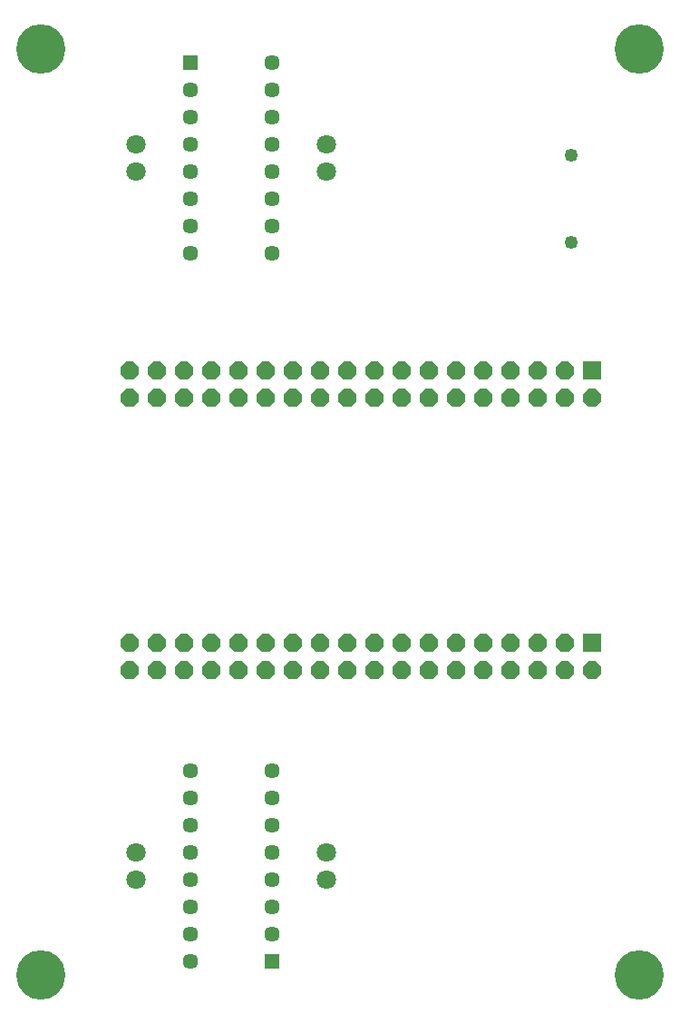
<source format=gbr>
G04 EAGLE Gerber RS-274X export*
G75*
%MOMM*%
%FSLAX34Y34*%
%LPD*%
%INSoldermask Bottom*%
%IPPOS*%
%AMOC8*
5,1,8,0,0,1.08239X$1,22.5*%
G01*
%ADD10R,1.676400X1.676400*%
%ADD11P,1.814519X8X202.500000*%
%ADD12C,1.252400*%
%ADD13C,1.803400*%
%ADD14R,1.447800X1.447800*%
%ADD15C,1.447800*%
%ADD16C,4.597400*%


D10*
X553040Y602240D03*
D11*
X553040Y576840D03*
X527640Y602240D03*
X527640Y576840D03*
X502240Y602240D03*
X502240Y576840D03*
X476840Y602240D03*
X476840Y576840D03*
X451440Y602240D03*
X451440Y576840D03*
X426040Y602240D03*
X426040Y576840D03*
X400640Y602240D03*
X400640Y576840D03*
X375240Y602240D03*
X375240Y576840D03*
X349840Y602240D03*
X349840Y576840D03*
X324440Y602240D03*
X324440Y576840D03*
X299040Y602240D03*
X299040Y576840D03*
X273640Y602240D03*
X273640Y576840D03*
X248240Y602240D03*
X248240Y576840D03*
X222840Y602240D03*
X222840Y576840D03*
X197440Y602240D03*
X197440Y576840D03*
X172040Y602240D03*
X172040Y576840D03*
X146640Y602240D03*
X146640Y576840D03*
X121240Y602240D03*
X121240Y576840D03*
D10*
X553040Y348240D03*
D11*
X553040Y322840D03*
X527640Y348240D03*
X527640Y322840D03*
X502240Y348240D03*
X502240Y322840D03*
X476840Y348240D03*
X476840Y322840D03*
X451440Y348240D03*
X451440Y322840D03*
X426040Y348240D03*
X426040Y322840D03*
X400640Y348240D03*
X400640Y322840D03*
X375240Y348240D03*
X375240Y322840D03*
X349840Y348240D03*
X349840Y322840D03*
X324440Y348240D03*
X324440Y322840D03*
X299040Y348240D03*
X299040Y322840D03*
X273640Y348240D03*
X273640Y322840D03*
X248240Y348240D03*
X248240Y322840D03*
X222840Y348240D03*
X222840Y322840D03*
X197440Y348240D03*
X197440Y322840D03*
X172040Y348240D03*
X172040Y322840D03*
X146640Y348240D03*
X146640Y322840D03*
X121240Y348240D03*
X121240Y322840D03*
D12*
X533400Y721400D03*
X533400Y802600D03*
D13*
X304800Y812800D03*
X304800Y787400D03*
X127000Y127000D03*
X127000Y152400D03*
X304800Y127000D03*
X304800Y152400D03*
X127000Y812800D03*
X127000Y787400D03*
D14*
X254000Y50800D03*
D15*
X254000Y76200D03*
X254000Y101600D03*
X254000Y127000D03*
X254000Y152400D03*
X254000Y177800D03*
X254000Y203200D03*
X254000Y228600D03*
X177800Y228600D03*
X177800Y203200D03*
X177800Y177800D03*
X177800Y152400D03*
X177800Y127000D03*
X177800Y101600D03*
X177800Y76200D03*
X177800Y50800D03*
D14*
X177800Y889000D03*
D15*
X177800Y863600D03*
X177800Y838200D03*
X177800Y812800D03*
X177800Y787400D03*
X177800Y762000D03*
X177800Y736600D03*
X177800Y711200D03*
X254000Y711200D03*
X254000Y736600D03*
X254000Y762000D03*
X254000Y787400D03*
X254000Y812800D03*
X254000Y838200D03*
X254000Y863600D03*
X254000Y889000D03*
D16*
X38100Y38100D03*
X596900Y38100D03*
X596900Y901700D03*
X38100Y901700D03*
M02*

</source>
